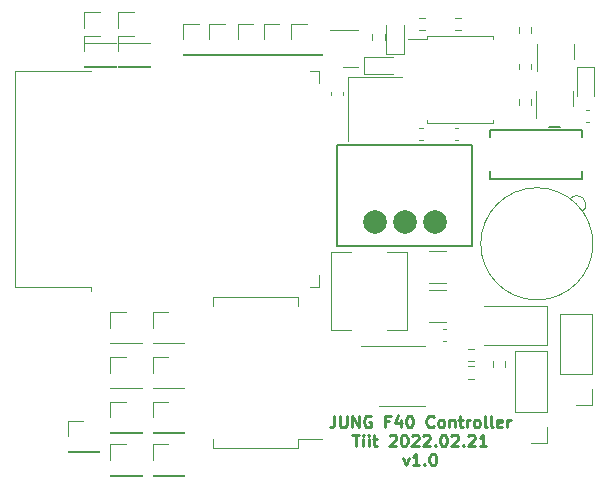
<source format=gbr>
%TF.GenerationSoftware,KiCad,Pcbnew,(5.99.0-12255-gad1ee958b0)*%
%TF.CreationDate,2022-02-21T16:34:28+02:00*%
%TF.ProjectId,pmr710-baseplate,706d7237-3130-42d6-9261-7365706c6174,rev?*%
%TF.SameCoordinates,Original*%
%TF.FileFunction,Legend,Top*%
%TF.FilePolarity,Positive*%
%FSLAX46Y46*%
G04 Gerber Fmt 4.6, Leading zero omitted, Abs format (unit mm)*
G04 Created by KiCad (PCBNEW (5.99.0-12255-gad1ee958b0)) date 2022-02-21 16:34:28*
%MOMM*%
%LPD*%
G01*
G04 APERTURE LIST*
%ADD10C,0.250000*%
%ADD11C,0.150000*%
%ADD12C,0.120000*%
%ADD13C,2.000000*%
G04 APERTURE END LIST*
D10*
X126938095Y-74142380D02*
X126938095Y-74856666D01*
X126890476Y-74999523D01*
X126795238Y-75094761D01*
X126652380Y-75142380D01*
X126557142Y-75142380D01*
X127414285Y-74142380D02*
X127414285Y-74951904D01*
X127461904Y-75047142D01*
X127509523Y-75094761D01*
X127604761Y-75142380D01*
X127795238Y-75142380D01*
X127890476Y-75094761D01*
X127938095Y-75047142D01*
X127985714Y-74951904D01*
X127985714Y-74142380D01*
X128461904Y-75142380D02*
X128461904Y-74142380D01*
X129033333Y-75142380D01*
X129033333Y-74142380D01*
X130033333Y-74190000D02*
X129938095Y-74142380D01*
X129795238Y-74142380D01*
X129652380Y-74190000D01*
X129557142Y-74285238D01*
X129509523Y-74380476D01*
X129461904Y-74570952D01*
X129461904Y-74713809D01*
X129509523Y-74904285D01*
X129557142Y-74999523D01*
X129652380Y-75094761D01*
X129795238Y-75142380D01*
X129890476Y-75142380D01*
X130033333Y-75094761D01*
X130080952Y-75047142D01*
X130080952Y-74713809D01*
X129890476Y-74713809D01*
X131604761Y-74618571D02*
X131271428Y-74618571D01*
X131271428Y-75142380D02*
X131271428Y-74142380D01*
X131747619Y-74142380D01*
X132557142Y-74475714D02*
X132557142Y-75142380D01*
X132319047Y-74094761D02*
X132080952Y-74809047D01*
X132700000Y-74809047D01*
X133271428Y-74142380D02*
X133366666Y-74142380D01*
X133461904Y-74190000D01*
X133509523Y-74237619D01*
X133557142Y-74332857D01*
X133604761Y-74523333D01*
X133604761Y-74761428D01*
X133557142Y-74951904D01*
X133509523Y-75047142D01*
X133461904Y-75094761D01*
X133366666Y-75142380D01*
X133271428Y-75142380D01*
X133176190Y-75094761D01*
X133128571Y-75047142D01*
X133080952Y-74951904D01*
X133033333Y-74761428D01*
X133033333Y-74523333D01*
X133080952Y-74332857D01*
X133128571Y-74237619D01*
X133176190Y-74190000D01*
X133271428Y-74142380D01*
X135366666Y-75047142D02*
X135319047Y-75094761D01*
X135176190Y-75142380D01*
X135080952Y-75142380D01*
X134938095Y-75094761D01*
X134842857Y-74999523D01*
X134795238Y-74904285D01*
X134747619Y-74713809D01*
X134747619Y-74570952D01*
X134795238Y-74380476D01*
X134842857Y-74285238D01*
X134938095Y-74190000D01*
X135080952Y-74142380D01*
X135176190Y-74142380D01*
X135319047Y-74190000D01*
X135366666Y-74237619D01*
X135938095Y-75142380D02*
X135842857Y-75094761D01*
X135795238Y-75047142D01*
X135747619Y-74951904D01*
X135747619Y-74666190D01*
X135795238Y-74570952D01*
X135842857Y-74523333D01*
X135938095Y-74475714D01*
X136080952Y-74475714D01*
X136176190Y-74523333D01*
X136223809Y-74570952D01*
X136271428Y-74666190D01*
X136271428Y-74951904D01*
X136223809Y-75047142D01*
X136176190Y-75094761D01*
X136080952Y-75142380D01*
X135938095Y-75142380D01*
X136700000Y-74475714D02*
X136700000Y-75142380D01*
X136700000Y-74570952D02*
X136747619Y-74523333D01*
X136842857Y-74475714D01*
X136985714Y-74475714D01*
X137080952Y-74523333D01*
X137128571Y-74618571D01*
X137128571Y-75142380D01*
X137461904Y-74475714D02*
X137842857Y-74475714D01*
X137604761Y-74142380D02*
X137604761Y-74999523D01*
X137652380Y-75094761D01*
X137747619Y-75142380D01*
X137842857Y-75142380D01*
X138176190Y-75142380D02*
X138176190Y-74475714D01*
X138176190Y-74666190D02*
X138223809Y-74570952D01*
X138271428Y-74523333D01*
X138366666Y-74475714D01*
X138461904Y-74475714D01*
X138938095Y-75142380D02*
X138842857Y-75094761D01*
X138795238Y-75047142D01*
X138747619Y-74951904D01*
X138747619Y-74666190D01*
X138795238Y-74570952D01*
X138842857Y-74523333D01*
X138938095Y-74475714D01*
X139080952Y-74475714D01*
X139176190Y-74523333D01*
X139223809Y-74570952D01*
X139271428Y-74666190D01*
X139271428Y-74951904D01*
X139223809Y-75047142D01*
X139176190Y-75094761D01*
X139080952Y-75142380D01*
X138938095Y-75142380D01*
X139842857Y-75142380D02*
X139747619Y-75094761D01*
X139700000Y-74999523D01*
X139700000Y-74142380D01*
X140366666Y-75142380D02*
X140271428Y-75094761D01*
X140223809Y-74999523D01*
X140223809Y-74142380D01*
X141128571Y-75094761D02*
X141033333Y-75142380D01*
X140842857Y-75142380D01*
X140747619Y-75094761D01*
X140700000Y-74999523D01*
X140700000Y-74618571D01*
X140747619Y-74523333D01*
X140842857Y-74475714D01*
X141033333Y-74475714D01*
X141128571Y-74523333D01*
X141176190Y-74618571D01*
X141176190Y-74713809D01*
X140700000Y-74809047D01*
X141604761Y-75142380D02*
X141604761Y-74475714D01*
X141604761Y-74666190D02*
X141652380Y-74570952D01*
X141700000Y-74523333D01*
X141795238Y-74475714D01*
X141890476Y-74475714D01*
X128485714Y-75752380D02*
X129057142Y-75752380D01*
X128771428Y-76752380D02*
X128771428Y-75752380D01*
X129390476Y-76752380D02*
X129390476Y-76085714D01*
X129390476Y-75752380D02*
X129342857Y-75800000D01*
X129390476Y-75847619D01*
X129438095Y-75800000D01*
X129390476Y-75752380D01*
X129390476Y-75847619D01*
X129866666Y-76752380D02*
X129866666Y-76085714D01*
X129866666Y-75752380D02*
X129819047Y-75800000D01*
X129866666Y-75847619D01*
X129914285Y-75800000D01*
X129866666Y-75752380D01*
X129866666Y-75847619D01*
X130200000Y-76085714D02*
X130580952Y-76085714D01*
X130342857Y-75752380D02*
X130342857Y-76609523D01*
X130390476Y-76704761D01*
X130485714Y-76752380D01*
X130580952Y-76752380D01*
X131628571Y-75847619D02*
X131676190Y-75800000D01*
X131771428Y-75752380D01*
X132009523Y-75752380D01*
X132104761Y-75800000D01*
X132152380Y-75847619D01*
X132200000Y-75942857D01*
X132200000Y-76038095D01*
X132152380Y-76180952D01*
X131580952Y-76752380D01*
X132200000Y-76752380D01*
X132819047Y-75752380D02*
X132914285Y-75752380D01*
X133009523Y-75800000D01*
X133057142Y-75847619D01*
X133104761Y-75942857D01*
X133152380Y-76133333D01*
X133152380Y-76371428D01*
X133104761Y-76561904D01*
X133057142Y-76657142D01*
X133009523Y-76704761D01*
X132914285Y-76752380D01*
X132819047Y-76752380D01*
X132723809Y-76704761D01*
X132676190Y-76657142D01*
X132628571Y-76561904D01*
X132580952Y-76371428D01*
X132580952Y-76133333D01*
X132628571Y-75942857D01*
X132676190Y-75847619D01*
X132723809Y-75800000D01*
X132819047Y-75752380D01*
X133533333Y-75847619D02*
X133580952Y-75800000D01*
X133676190Y-75752380D01*
X133914285Y-75752380D01*
X134009523Y-75800000D01*
X134057142Y-75847619D01*
X134104761Y-75942857D01*
X134104761Y-76038095D01*
X134057142Y-76180952D01*
X133485714Y-76752380D01*
X134104761Y-76752380D01*
X134485714Y-75847619D02*
X134533333Y-75800000D01*
X134628571Y-75752380D01*
X134866666Y-75752380D01*
X134961904Y-75800000D01*
X135009523Y-75847619D01*
X135057142Y-75942857D01*
X135057142Y-76038095D01*
X135009523Y-76180952D01*
X134438095Y-76752380D01*
X135057142Y-76752380D01*
X135485714Y-76657142D02*
X135533333Y-76704761D01*
X135485714Y-76752380D01*
X135438095Y-76704761D01*
X135485714Y-76657142D01*
X135485714Y-76752380D01*
X136152380Y-75752380D02*
X136247619Y-75752380D01*
X136342857Y-75800000D01*
X136390476Y-75847619D01*
X136438095Y-75942857D01*
X136485714Y-76133333D01*
X136485714Y-76371428D01*
X136438095Y-76561904D01*
X136390476Y-76657142D01*
X136342857Y-76704761D01*
X136247619Y-76752380D01*
X136152380Y-76752380D01*
X136057142Y-76704761D01*
X136009523Y-76657142D01*
X135961904Y-76561904D01*
X135914285Y-76371428D01*
X135914285Y-76133333D01*
X135961904Y-75942857D01*
X136009523Y-75847619D01*
X136057142Y-75800000D01*
X136152380Y-75752380D01*
X136866666Y-75847619D02*
X136914285Y-75800000D01*
X137009523Y-75752380D01*
X137247619Y-75752380D01*
X137342857Y-75800000D01*
X137390476Y-75847619D01*
X137438095Y-75942857D01*
X137438095Y-76038095D01*
X137390476Y-76180952D01*
X136819047Y-76752380D01*
X137438095Y-76752380D01*
X137866666Y-76657142D02*
X137914285Y-76704761D01*
X137866666Y-76752380D01*
X137819047Y-76704761D01*
X137866666Y-76657142D01*
X137866666Y-76752380D01*
X138295238Y-75847619D02*
X138342857Y-75800000D01*
X138438095Y-75752380D01*
X138676190Y-75752380D01*
X138771428Y-75800000D01*
X138819047Y-75847619D01*
X138866666Y-75942857D01*
X138866666Y-76038095D01*
X138819047Y-76180952D01*
X138247619Y-76752380D01*
X138866666Y-76752380D01*
X139819047Y-76752380D02*
X139247619Y-76752380D01*
X139533333Y-76752380D02*
X139533333Y-75752380D01*
X139438095Y-75895238D01*
X139342857Y-75990476D01*
X139247619Y-76038095D01*
X132771428Y-77695714D02*
X133009523Y-78362380D01*
X133247619Y-77695714D01*
X134152380Y-78362380D02*
X133580952Y-78362380D01*
X133866666Y-78362380D02*
X133866666Y-77362380D01*
X133771428Y-77505238D01*
X133676190Y-77600476D01*
X133580952Y-77648095D01*
X134580952Y-78267142D02*
X134628571Y-78314761D01*
X134580952Y-78362380D01*
X134533333Y-78314761D01*
X134580952Y-78267142D01*
X134580952Y-78362380D01*
X135247619Y-77362380D02*
X135342857Y-77362380D01*
X135438095Y-77410000D01*
X135485714Y-77457619D01*
X135533333Y-77552857D01*
X135580952Y-77743333D01*
X135580952Y-77981428D01*
X135533333Y-78171904D01*
X135485714Y-78267142D01*
X135438095Y-78314761D01*
X135342857Y-78362380D01*
X135247619Y-78362380D01*
X135152380Y-78314761D01*
X135104761Y-78267142D01*
X135057142Y-78171904D01*
X135009523Y-77981428D01*
X135009523Y-77743333D01*
X135057142Y-77552857D01*
X135104761Y-77457619D01*
X135152380Y-77410000D01*
X135247619Y-77362380D01*
D11*
%TO.C,J1*%
X147900000Y-49975000D02*
X140100000Y-49975000D01*
X146100000Y-49675000D02*
X145100000Y-49675000D01*
X147900000Y-50575000D02*
X147900000Y-49975000D01*
X147900000Y-53475000D02*
X147900000Y-54075000D01*
X140100000Y-49975000D02*
X140100000Y-50575000D01*
X147900000Y-54075000D02*
X140100000Y-54075000D01*
X140100000Y-54075000D02*
X140100000Y-53475000D01*
D12*
%TO.C,F1*%
X148080000Y-56650000D02*
X147930000Y-56780000D01*
X148160000Y-56470000D02*
X148080000Y-56650000D01*
X147950000Y-55670000D02*
X148120000Y-55890000D01*
X147020000Y-55630000D02*
X147180000Y-55540000D01*
X148120000Y-55890000D02*
X148200000Y-56180000D01*
X147430000Y-55490000D02*
X147690000Y-55520000D01*
X147180000Y-55540000D02*
X147430000Y-55490000D01*
X148200000Y-56180000D02*
X148160000Y-56470000D01*
X146880000Y-55750000D02*
X147020000Y-55630000D01*
X147690000Y-55520000D02*
X147950000Y-55670000D01*
X148850000Y-59600000D02*
G75*
G03*
X148850000Y-59600000I-4750000J0D01*
G01*
%TO.C,R24*%
X134162742Y-40477500D02*
X134637258Y-40477500D01*
X134162742Y-41522500D02*
X134637258Y-41522500D01*
%TO.C,D1*%
X145000000Y-64850000D02*
X139600000Y-64850000D01*
X145000000Y-68150000D02*
X139600000Y-68150000D01*
X145000000Y-68150000D02*
X145000000Y-64850000D01*
%TO.C,R21*%
X131222500Y-41862742D02*
X131222500Y-42337258D01*
X130177500Y-41862742D02*
X130177500Y-42337258D01*
%TO.C,J3*%
X108430000Y-44570000D02*
X108430000Y-44630000D01*
X105770000Y-44630000D02*
X108430000Y-44630000D01*
X105770000Y-43300000D02*
X105770000Y-41970000D01*
X105770000Y-41970000D02*
X107100000Y-41970000D01*
X105770000Y-44570000D02*
X105770000Y-44630000D01*
X105770000Y-44570000D02*
X108430000Y-44570000D01*
%TO.C,P2*%
X144930000Y-73855000D02*
X144930000Y-68715000D01*
X144930000Y-73855000D02*
X142270000Y-73855000D01*
X144930000Y-76455000D02*
X143600000Y-76455000D01*
X142270000Y-73855000D02*
X142270000Y-68715000D01*
X144930000Y-75125000D02*
X144930000Y-76455000D01*
X144930000Y-68715000D02*
X142270000Y-68715000D01*
%TO.C,R3*%
X140377500Y-70037258D02*
X140377500Y-69562742D01*
X141422500Y-70037258D02*
X141422500Y-69562742D01*
%TO.C,Q9*%
X144040000Y-47300000D02*
X144040000Y-46650000D01*
X144040000Y-47300000D02*
X144040000Y-48975000D01*
X147160000Y-47300000D02*
X147160000Y-46650000D01*
X147160000Y-47300000D02*
X147160000Y-47950000D01*
%TO.C,Q10*%
X144140000Y-43300000D02*
X144140000Y-42650000D01*
X147260000Y-43300000D02*
X147260000Y-43950000D01*
X144140000Y-43300000D02*
X144140000Y-44975000D01*
X147260000Y-43300000D02*
X147260000Y-42650000D01*
%TO.C,C2*%
X134988748Y-60240000D02*
X136411252Y-60240000D01*
X134988748Y-62960000D02*
X136411252Y-62960000D01*
%TO.C,D5*%
X128300000Y-41540000D02*
X128950000Y-41540000D01*
X128300000Y-44660000D02*
X128950000Y-44660000D01*
X128300000Y-41540000D02*
X126625000Y-41540000D01*
X128300000Y-44660000D02*
X127650000Y-44660000D01*
%TO.C,D4*%
X148935000Y-47100000D02*
X148935000Y-44640000D01*
X147465000Y-44640000D02*
X147465000Y-47100000D01*
X148935000Y-44640000D02*
X147465000Y-44640000D01*
%TO.C,Y1*%
X132650000Y-45500000D02*
X128150000Y-45500000D01*
X128150000Y-45500000D02*
X128150000Y-50900000D01*
%TO.C,C6*%
X134440580Y-49790000D02*
X134159420Y-49790000D01*
X134440580Y-50810000D02*
X134159420Y-50810000D01*
%TO.C,J15*%
X107970000Y-69170000D02*
X109300000Y-69170000D01*
X107970000Y-71770000D02*
X107970000Y-71830000D01*
X107970000Y-71830000D02*
X110630000Y-71830000D01*
X107970000Y-70500000D02*
X107970000Y-69170000D01*
X110630000Y-71770000D02*
X110630000Y-71830000D01*
X107970000Y-71770000D02*
X110630000Y-71770000D01*
%TO.C,J9*%
X123270000Y-43570000D02*
X125930000Y-43570000D01*
X123270000Y-43630000D02*
X125930000Y-43630000D01*
X123270000Y-42300000D02*
X123270000Y-40970000D01*
X123270000Y-43570000D02*
X123270000Y-43630000D01*
X123270000Y-40970000D02*
X124600000Y-40970000D01*
X125930000Y-43570000D02*
X125930000Y-43630000D01*
%TO.C,J6*%
X116370000Y-42300000D02*
X116370000Y-40970000D01*
X116370000Y-43570000D02*
X116370000Y-43630000D01*
X116370000Y-40970000D02*
X117700000Y-40970000D01*
X119030000Y-43570000D02*
X119030000Y-43630000D01*
X116370000Y-43570000D02*
X119030000Y-43570000D01*
X116370000Y-43630000D02*
X119030000Y-43630000D01*
%TO.C,U4*%
X137600000Y-49410000D02*
X140360000Y-49410000D01*
X134840000Y-41990000D02*
X134840000Y-42265000D01*
X137600000Y-41990000D02*
X134840000Y-41990000D01*
X134840000Y-49410000D02*
X134840000Y-49135000D01*
X140360000Y-49410000D02*
X140360000Y-49135000D01*
X140360000Y-41990000D02*
X140360000Y-42265000D01*
X137600000Y-41990000D02*
X140360000Y-41990000D01*
X134840000Y-42265000D02*
X133150000Y-42265000D01*
X137600000Y-49410000D02*
X134840000Y-49410000D01*
%TO.C,R1*%
X138262742Y-68477500D02*
X138737258Y-68477500D01*
X138262742Y-69522500D02*
X138737258Y-69522500D01*
%TO.C,J8*%
X120970000Y-40970000D02*
X122300000Y-40970000D01*
X120970000Y-43570000D02*
X123630000Y-43570000D01*
X120970000Y-43570000D02*
X120970000Y-43630000D01*
X123630000Y-43570000D02*
X123630000Y-43630000D01*
X120970000Y-43630000D02*
X123630000Y-43630000D01*
X120970000Y-42300000D02*
X120970000Y-40970000D01*
%TO.C,J13*%
X107970000Y-75630000D02*
X110630000Y-75630000D01*
X107970000Y-75570000D02*
X110630000Y-75570000D01*
X107970000Y-74300000D02*
X107970000Y-72970000D01*
X107970000Y-72970000D02*
X109300000Y-72970000D01*
X110630000Y-75570000D02*
X110630000Y-75630000D01*
X107970000Y-75570000D02*
X107970000Y-75630000D01*
%TO.C,P1*%
X148730000Y-73255000D02*
X147400000Y-73255000D01*
X148730000Y-71925000D02*
X148730000Y-73255000D01*
X148730000Y-70655000D02*
X148730000Y-65515000D01*
X148730000Y-65515000D02*
X146070000Y-65515000D01*
X146070000Y-70655000D02*
X146070000Y-65515000D01*
X148730000Y-70655000D02*
X146070000Y-70655000D01*
%TO.C,J14*%
X111570000Y-71830000D02*
X114230000Y-71830000D01*
X111570000Y-71770000D02*
X114230000Y-71770000D01*
X114230000Y-71770000D02*
X114230000Y-71830000D01*
X111570000Y-70500000D02*
X111570000Y-69170000D01*
X111570000Y-71770000D02*
X111570000Y-71830000D01*
X111570000Y-69170000D02*
X112900000Y-69170000D01*
%TO.C,J18*%
X105770000Y-39970000D02*
X107100000Y-39970000D01*
X105770000Y-41300000D02*
X105770000Y-39970000D01*
X105770000Y-42630000D02*
X108430000Y-42630000D01*
X105770000Y-42570000D02*
X105770000Y-42630000D01*
X105770000Y-42570000D02*
X108430000Y-42570000D01*
X108430000Y-42570000D02*
X108430000Y-42630000D01*
%TO.C,R2*%
X138262742Y-71022500D02*
X138737258Y-71022500D01*
X138262742Y-69977500D02*
X138737258Y-69977500D01*
%TO.C,C8*%
X148540580Y-49310000D02*
X148259420Y-49310000D01*
X148540580Y-48290000D02*
X148259420Y-48290000D01*
%TO.C,R23*%
X142577500Y-44837258D02*
X142577500Y-44362742D01*
X143622500Y-44837258D02*
X143622500Y-44362742D01*
%TO.C,J7*%
X121430000Y-43570000D02*
X121430000Y-43630000D01*
X118770000Y-40970000D02*
X120100000Y-40970000D01*
X118770000Y-43570000D02*
X121430000Y-43570000D01*
X118770000Y-43630000D02*
X121430000Y-43630000D01*
X118770000Y-43570000D02*
X118770000Y-43630000D01*
X118770000Y-42300000D02*
X118770000Y-40970000D01*
%TO.C,J17*%
X111570000Y-67970000D02*
X111570000Y-68030000D01*
X114230000Y-67970000D02*
X114230000Y-68030000D01*
X111570000Y-66700000D02*
X111570000Y-65370000D01*
X111570000Y-67970000D02*
X114230000Y-67970000D01*
X111570000Y-65370000D02*
X112900000Y-65370000D01*
X111570000Y-68030000D02*
X114230000Y-68030000D01*
%TO.C,D3*%
X129440000Y-43765000D02*
X129440000Y-45235000D01*
X129440000Y-45235000D02*
X131900000Y-45235000D01*
X131900000Y-43765000D02*
X129440000Y-43765000D01*
%TO.C,J10*%
X111570000Y-77900000D02*
X111570000Y-76570000D01*
X111570000Y-79170000D02*
X114230000Y-79170000D01*
X111570000Y-79170000D02*
X111570000Y-79230000D01*
X114230000Y-79170000D02*
X114230000Y-79230000D01*
X111570000Y-76570000D02*
X112900000Y-76570000D01*
X111570000Y-79230000D02*
X114230000Y-79230000D01*
%TO.C,J11*%
X111570000Y-75570000D02*
X111570000Y-75630000D01*
X111570000Y-75630000D02*
X114230000Y-75630000D01*
X111570000Y-75570000D02*
X114230000Y-75570000D01*
X111570000Y-74300000D02*
X111570000Y-72970000D01*
X114230000Y-75570000D02*
X114230000Y-75630000D01*
X111570000Y-72970000D02*
X112900000Y-72970000D01*
%TO.C,J12*%
X107970000Y-76570000D02*
X109300000Y-76570000D01*
X107970000Y-77900000D02*
X107970000Y-76570000D01*
X107970000Y-79170000D02*
X107970000Y-79230000D01*
X110630000Y-79170000D02*
X110630000Y-79230000D01*
X107970000Y-79230000D02*
X110630000Y-79230000D01*
X107970000Y-79170000D02*
X110630000Y-79170000D01*
%TO.C,C3*%
X136159420Y-66790000D02*
X136440580Y-66790000D01*
X136159420Y-67810000D02*
X136440580Y-67810000D01*
%TO.C,U1*%
X125680000Y-63220000D02*
X125680000Y-62220000D01*
X125680000Y-44980000D02*
X125680000Y-45980000D01*
X99935000Y-63220000D02*
X99935000Y-44980000D01*
X99935000Y-44980000D02*
X106355000Y-44980000D01*
X124900000Y-44980000D02*
X125680000Y-44980000D01*
X99935000Y-63220000D02*
X106355000Y-63220000D01*
X106355000Y-63220000D02*
X106355000Y-63600000D01*
X124900000Y-63220000D02*
X125680000Y-63220000D01*
%TO.C,R20*%
X137637258Y-41522500D02*
X137162742Y-41522500D01*
X137637258Y-40477500D02*
X137162742Y-40477500D01*
%TO.C,C5*%
X126690000Y-47040580D02*
X126690000Y-46759420D01*
X127710000Y-47040580D02*
X127710000Y-46759420D01*
%TO.C,R22*%
X143622500Y-47362742D02*
X143622500Y-47837258D01*
X142577500Y-47362742D02*
X142577500Y-47837258D01*
%TO.C,J4*%
X114170000Y-43570000D02*
X114170000Y-43630000D01*
X116830000Y-43570000D02*
X116830000Y-43630000D01*
X114170000Y-40970000D02*
X115500000Y-40970000D01*
X114170000Y-43570000D02*
X116830000Y-43570000D01*
X114170000Y-42300000D02*
X114170000Y-40970000D01*
X114170000Y-43630000D02*
X116830000Y-43630000D01*
%TO.C,J2*%
X108670000Y-44630000D02*
X111330000Y-44630000D01*
X108670000Y-43300000D02*
X108670000Y-41970000D01*
X111330000Y-44570000D02*
X111330000Y-44630000D01*
X108670000Y-41970000D02*
X110000000Y-41970000D01*
X108670000Y-44570000D02*
X108670000Y-44630000D01*
X108670000Y-44570000D02*
X111330000Y-44570000D01*
%TO.C,C7*%
X137159420Y-50810000D02*
X137440580Y-50810000D01*
X137159420Y-49790000D02*
X137440580Y-49790000D01*
%TO.C,D2*%
X132835000Y-43560000D02*
X132835000Y-41100000D01*
X131365000Y-41100000D02*
X131365000Y-43560000D01*
X131365000Y-43560000D02*
X132835000Y-43560000D01*
%TO.C,U3*%
X132700000Y-68240000D02*
X129250000Y-68240000D01*
X132700000Y-73360000D02*
X134650000Y-73360000D01*
X132700000Y-68240000D02*
X134650000Y-68240000D01*
X132700000Y-73360000D02*
X130750000Y-73360000D01*
%TO.C,C1*%
X134988748Y-66260000D02*
X136411252Y-66260000D01*
X134988748Y-63540000D02*
X136411252Y-63540000D01*
%TO.C,J5*%
X108670000Y-42630000D02*
X111330000Y-42630000D01*
X108670000Y-42570000D02*
X108670000Y-42630000D01*
X108670000Y-42570000D02*
X111330000Y-42570000D01*
X111330000Y-42570000D02*
X111330000Y-42630000D01*
X108670000Y-41300000D02*
X108670000Y-39970000D01*
X108670000Y-39970000D02*
X110000000Y-39970000D01*
D11*
%TO.C,U2*%
X127150000Y-59750000D02*
X138650000Y-59750000D01*
X127150000Y-51250000D02*
X127150000Y-59750000D01*
X138650000Y-59750000D02*
X138650000Y-51250000D01*
X138650000Y-51250000D02*
X127150000Y-51250000D01*
D12*
%TO.C,L1*%
X128400000Y-66900000D02*
X126700000Y-66900000D01*
X133100000Y-66900000D02*
X131400000Y-66900000D01*
X126700000Y-66900000D02*
X126700000Y-60300000D01*
X133100000Y-60300000D02*
X133100000Y-66900000D01*
X126700000Y-60300000D02*
X128400000Y-60300000D01*
X131400000Y-60300000D02*
X133100000Y-60300000D01*
%TO.C,R25*%
X142577500Y-41737258D02*
X142577500Y-41262742D01*
X143622500Y-41737258D02*
X143622500Y-41262742D01*
%TO.C,U5*%
X123910000Y-76140000D02*
X125950000Y-76140000D01*
X120300000Y-76860000D02*
X123910000Y-76860000D01*
X120300000Y-64140000D02*
X123910000Y-64140000D01*
X120300000Y-76860000D02*
X116690000Y-76860000D01*
X123910000Y-64140000D02*
X123910000Y-64860000D01*
X116690000Y-76860000D02*
X116690000Y-76140000D01*
X120300000Y-64140000D02*
X116690000Y-64140000D01*
X116690000Y-64140000D02*
X116690000Y-64860000D01*
X123910000Y-76860000D02*
X123910000Y-76140000D01*
%TO.C,J16*%
X107970000Y-68030000D02*
X110630000Y-68030000D01*
X107970000Y-67970000D02*
X110630000Y-67970000D01*
X110630000Y-67970000D02*
X110630000Y-68030000D01*
X107970000Y-66700000D02*
X107970000Y-65370000D01*
X107970000Y-67970000D02*
X107970000Y-68030000D01*
X107970000Y-65370000D02*
X109300000Y-65370000D01*
%TO.C,J19*%
X104370000Y-77170000D02*
X107030000Y-77170000D01*
X104370000Y-74570000D02*
X105700000Y-74570000D01*
X104370000Y-75900000D02*
X104370000Y-74570000D01*
X104370000Y-77230000D02*
X107030000Y-77230000D01*
X107030000Y-77170000D02*
X107030000Y-77230000D01*
X104370000Y-77170000D02*
X104370000Y-77230000D01*
%TD*%
D13*
%TO.C,U2*%
X130360000Y-57750000D03*
X132900000Y-57750000D03*
X135440000Y-57750000D03*
%TD*%
M02*

</source>
